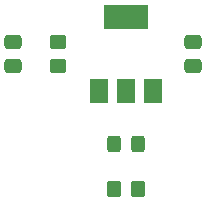
<source format=gtp>
G04 #@! TF.GenerationSoftware,KiCad,Pcbnew,(6.0.9)*
G04 #@! TF.CreationDate,2022-11-20T21:47:37+01:00*
G04 #@! TF.ProjectId,iCE40HX8K-EVB EXT2PMOD adapter,69434534-3048-4583-984b-2d4556422045,V1.0*
G04 #@! TF.SameCoordinates,Original*
G04 #@! TF.FileFunction,Paste,Top*
G04 #@! TF.FilePolarity,Positive*
%FSLAX46Y46*%
G04 Gerber Fmt 4.6, Leading zero omitted, Abs format (unit mm)*
G04 Created by KiCad (PCBNEW (6.0.9)) date 2022-11-20 21:47:37*
%MOMM*%
%LPD*%
G01*
G04 APERTURE LIST*
G04 Aperture macros list*
%AMRoundRect*
0 Rectangle with rounded corners*
0 $1 Rounding radius*
0 $2 $3 $4 $5 $6 $7 $8 $9 X,Y pos of 4 corners*
0 Add a 4 corners polygon primitive as box body*
4,1,4,$2,$3,$4,$5,$6,$7,$8,$9,$2,$3,0*
0 Add four circle primitives for the rounded corners*
1,1,$1+$1,$2,$3*
1,1,$1+$1,$4,$5*
1,1,$1+$1,$6,$7*
1,1,$1+$1,$8,$9*
0 Add four rect primitives between the rounded corners*
20,1,$1+$1,$2,$3,$4,$5,0*
20,1,$1+$1,$4,$5,$6,$7,0*
20,1,$1+$1,$6,$7,$8,$9,0*
20,1,$1+$1,$8,$9,$2,$3,0*%
G04 Aperture macros list end*
%ADD10R,3.800000X2.000000*%
%ADD11R,1.500000X2.000000*%
%ADD12RoundRect,0.250000X0.350000X0.450000X-0.350000X0.450000X-0.350000X-0.450000X0.350000X-0.450000X0*%
%ADD13RoundRect,0.250000X0.450000X-0.350000X0.450000X0.350000X-0.450000X0.350000X-0.450000X-0.350000X0*%
%ADD14RoundRect,0.250000X0.325000X0.450000X-0.325000X0.450000X-0.325000X-0.450000X0.325000X-0.450000X0*%
%ADD15RoundRect,0.250000X-0.475000X0.337500X-0.475000X-0.337500X0.475000X-0.337500X0.475000X0.337500X0*%
%ADD16RoundRect,0.250000X0.475000X-0.337500X0.475000X0.337500X-0.475000X0.337500X-0.475000X-0.337500X0*%
G04 APERTURE END LIST*
D10*
X164465000Y-76860000D03*
D11*
X162165000Y-83160000D03*
X164465000Y-83160000D03*
X166765000Y-83160000D03*
D12*
X165465000Y-91440000D03*
X163465000Y-91440000D03*
D13*
X158750000Y-81010000D03*
X158750000Y-79010000D03*
D14*
X165490000Y-87630000D03*
X163440000Y-87630000D03*
D15*
X154940000Y-78972500D03*
X154940000Y-81047500D03*
D16*
X170180000Y-81047500D03*
X170180000Y-78972500D03*
M02*

</source>
